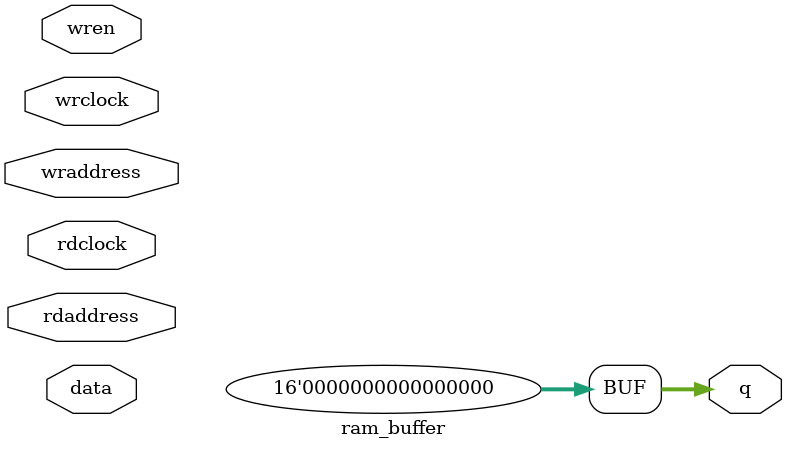
<source format=v>
module ram_buffer(	// file.cleaned.mlir:2:3
  input  [15:0] data,	// file.cleaned.mlir:2:28
  input  [10:0] rdaddress,	// file.cleaned.mlir:2:44
  input         rdclock,	// file.cleaned.mlir:2:65
  input  [10:0] wraddress,	// file.cleaned.mlir:2:83
  input         wrclock,	// file.cleaned.mlir:2:104
                wren,	// file.cleaned.mlir:2:122
  output [15:0] q	// file.cleaned.mlir:2:138
);

  assign q = 16'h0;	// file.cleaned.mlir:3:15, :4:5
endmodule


</source>
